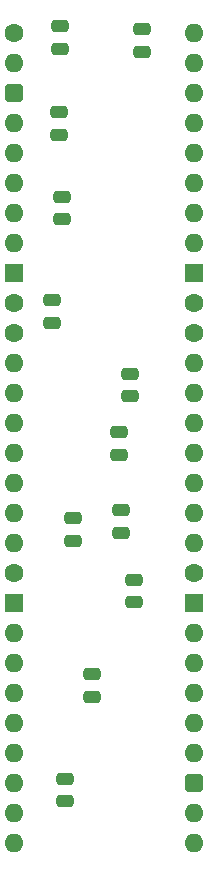
<source format=gbs>
%TF.GenerationSoftware,KiCad,Pcbnew,9.0.5-9.0.5~ubuntu24.04.1*%
%TF.CreationDate,2025-10-17T17:32:52+02:00*%
%TF.ProjectId,HCP65 MPU Address Decode,48435036-3520-44d5-9055-204164647265,V1*%
%TF.SameCoordinates,Original*%
%TF.FileFunction,Soldermask,Bot*%
%TF.FilePolarity,Negative*%
%FSLAX46Y46*%
G04 Gerber Fmt 4.6, Leading zero omitted, Abs format (unit mm)*
G04 Created by KiCad (PCBNEW 9.0.5-9.0.5~ubuntu24.04.1) date 2025-10-17 17:32:52*
%MOMM*%
%LPD*%
G01*
G04 APERTURE LIST*
G04 Aperture macros list*
%AMRoundRect*
0 Rectangle with rounded corners*
0 $1 Rounding radius*
0 $2 $3 $4 $5 $6 $7 $8 $9 X,Y pos of 4 corners*
0 Add a 4 corners polygon primitive as box body*
4,1,4,$2,$3,$4,$5,$6,$7,$8,$9,$2,$3,0*
0 Add four circle primitives for the rounded corners*
1,1,$1+$1,$2,$3*
1,1,$1+$1,$4,$5*
1,1,$1+$1,$6,$7*
1,1,$1+$1,$8,$9*
0 Add four rect primitives between the rounded corners*
20,1,$1+$1,$2,$3,$4,$5,0*
20,1,$1+$1,$4,$5,$6,$7,0*
20,1,$1+$1,$6,$7,$8,$9,0*
20,1,$1+$1,$8,$9,$2,$3,0*%
G04 Aperture macros list end*
%ADD10C,1.600000*%
%ADD11O,1.600000X1.600000*%
%ADD12RoundRect,0.400000X-0.400000X-0.400000X0.400000X-0.400000X0.400000X0.400000X-0.400000X0.400000X0*%
%ADD13R,1.600000X1.600000*%
%ADD14RoundRect,0.250000X-0.475000X0.250000X-0.475000X-0.250000X0.475000X-0.250000X0.475000X0.250000X0*%
%ADD15RoundRect,0.250000X0.475000X-0.250000X0.475000X0.250000X-0.475000X0.250000X-0.475000X-0.250000X0*%
G04 APERTURE END LIST*
D10*
%TO.C,J2*%
X0Y0D03*
D11*
X0Y-2540000D03*
D12*
X0Y-5080000D03*
D11*
X0Y-7620000D03*
X0Y-10160000D03*
X0Y-12700000D03*
X0Y-15240000D03*
X0Y-17780000D03*
D13*
X0Y-20320000D03*
D10*
X0Y-22860000D03*
X0Y-25400000D03*
D11*
X0Y-27940000D03*
X0Y-30480000D03*
X0Y-33020000D03*
X0Y-35560000D03*
X0Y-38100000D03*
X0Y-40640000D03*
X0Y-43180000D03*
D10*
X0Y-45720000D03*
D13*
X0Y-48260000D03*
D11*
X0Y-50800000D03*
X0Y-53340000D03*
X0Y-55880000D03*
X0Y-58420000D03*
X0Y-60960000D03*
X0Y-63500000D03*
X0Y-66040000D03*
X0Y-68580000D03*
X15240000Y-68580000D03*
X15240000Y-66040000D03*
D12*
X15240000Y-63500000D03*
D11*
X15240000Y-60960000D03*
X15240000Y-58420000D03*
X15240000Y-55880000D03*
X15240000Y-53340000D03*
X15240000Y-50800000D03*
D13*
X15240000Y-48260000D03*
D10*
X15240000Y-45720000D03*
D11*
X15240000Y-43180000D03*
X15240000Y-40640000D03*
X15240000Y-38100000D03*
X15240000Y-35560000D03*
X15240000Y-33020000D03*
X15240000Y-30480000D03*
X15240000Y-27940000D03*
D10*
X15240000Y-25400000D03*
X15240000Y-22860000D03*
D13*
X15240000Y-20320000D03*
D11*
X15240000Y-17780000D03*
X15240000Y-15240000D03*
X15240000Y-12700000D03*
X15240000Y-10160000D03*
X15240000Y-7620000D03*
X15240000Y-5080000D03*
X15240000Y-2540000D03*
X15240000Y0D03*
%TD*%
D14*
%TO.C,C31*%
X6604000Y-54311000D03*
X6604000Y-56211000D03*
%TD*%
%TO.C,C45*%
X10795000Y299000D03*
X10795000Y-1601000D03*
%TD*%
D15*
%TO.C,C34*%
X9778999Y-30779000D03*
X9778999Y-28879000D03*
%TD*%
%TO.C,C33*%
X4318000Y-65069000D03*
X4318000Y-63169000D03*
%TD*%
D14*
%TO.C,C1*%
X10160000Y-46310000D03*
X10160000Y-48210000D03*
%TD*%
%TO.C,C46*%
X3840000Y553000D03*
X3840000Y-1347000D03*
%TD*%
D15*
%TO.C,C36*%
X9017000Y-42336000D03*
X9017000Y-40436000D03*
%TD*%
D14*
%TO.C,C2*%
X4953000Y-41103000D03*
X4953000Y-43003000D03*
%TD*%
D15*
%TO.C,C35*%
X8890000Y-35732000D03*
X8890000Y-33832000D03*
%TD*%
%TO.C,C40*%
X4064000Y-15793000D03*
X4064000Y-13893000D03*
%TD*%
%TO.C,C38*%
X3175000Y-24556000D03*
X3175000Y-22656000D03*
%TD*%
%TO.C,C39*%
X3810000Y-8645251D03*
X3810000Y-6745251D03*
%TD*%
M02*

</source>
